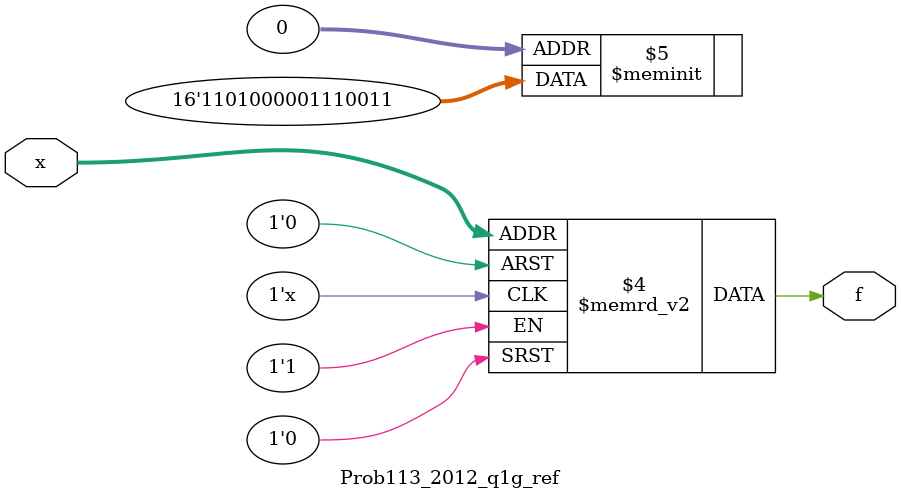
<source format=sv>

module Prob113_2012_q1g_ref (
  input [3:0] x,
  output logic f
);

  always_comb begin
    case (x)
      4'h0: f = 1;
      4'h1: f = 1;
      4'h2: f = 0;
      4'h3: f = 0;
      4'h4: f = 1;
      4'h5: f = 1;
      4'h6: f = 1;
      4'h7: f = 0;
      4'h8: f = 0;
      4'h9: f = 0;
      4'ha: f = 0;
      4'hb: f = 0;
      4'hc: f = 1;
      4'hd: f = 0;
      4'he: f = 1;
      4'hf: f = 1;
    endcase
  end

endmodule


</source>
